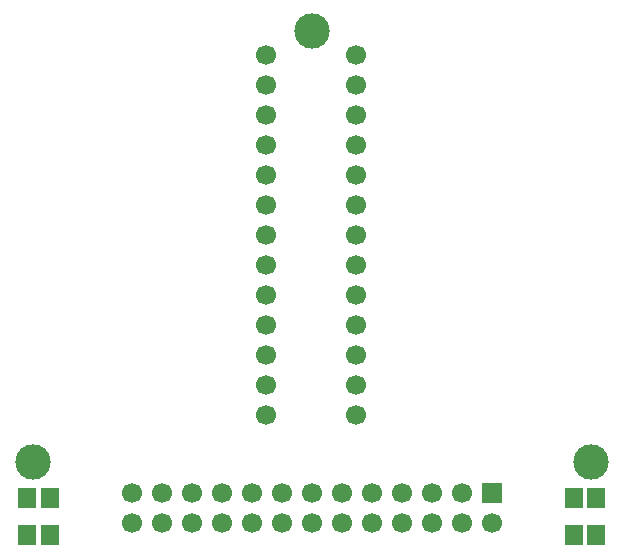
<source format=gbr>
G04 DipTrace 3.0.0.2*
G04 TopMask.gbr*
%MOIN*%
G04 #@! TF.FileFunction,Soldermask,Top*
G04 #@! TF.Part,Single*
%ADD25C,0.11811*%
%ADD34R,0.066929X0.066929*%
%ADD36C,0.047244*%
%ADD38R,0.059055X0.066929*%
%ADD40C,0.066929*%
%FSLAX26Y26*%
G04*
G70*
G90*
G75*
G01*
G04 TopMask*
%LPD*%
D40*
X1564160Y893701D3*
Y993701D3*
Y1093701D3*
X1562586Y1193701D3*
X1564160Y1293701D3*
Y1393701D3*
Y1493701D3*
Y1593701D3*
Y1693701D3*
Y1793701D3*
Y1893701D3*
Y1993701D3*
Y2093701D3*
X1264160D3*
Y1993701D3*
Y1893701D3*
Y1793701D3*
Y1693701D3*
Y1593701D3*
Y1493701D3*
Y1393701D3*
Y1293701D3*
Y1193701D3*
Y1093701D3*
Y993701D3*
Y893701D3*
D38*
X2365761Y493688D3*
X2290958D3*
X468885D3*
X543688D3*
D25*
X486089Y734383D3*
D36*
D3*
D25*
X1417323Y2172966D3*
D36*
D3*
D25*
X2348557Y734383D3*
D36*
D3*
D38*
X2365486Y614961D3*
X2290683D3*
X469029Y616011D3*
X543832D3*
D34*
X2017441Y631221D3*
D40*
X1917441D3*
X1817441D3*
X1717441D3*
X1617441D3*
X1517441D3*
X1417441D3*
X1317441D3*
X1217441D3*
X1117441D3*
X1017441D3*
X917441D3*
X817441D3*
Y531221D3*
X917441D3*
X1017441D3*
X1117441D3*
X1217441D3*
X1317441D3*
X1417441D3*
X1517441D3*
X1617441D3*
X1717441D3*
X1817441D3*
X1917441D3*
X2017441D3*
G36*
X950394Y1480578D2*
X952100D1*
Y1473622D1*
X950394D1*
Y1480578D1*
G37*
M02*

</source>
